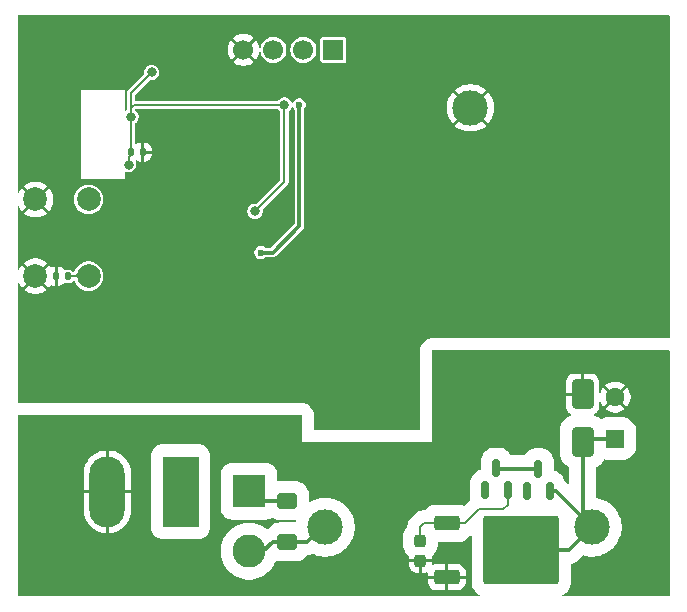
<source format=gbr>
%TF.GenerationSoftware,KiCad,Pcbnew,9.0.4*%
%TF.CreationDate,2025-10-16T14:37:17+03:00*%
%TF.ProjectId,ECAD_main,45434144-5f6d-4616-996e-2e6b69636164,rev?*%
%TF.SameCoordinates,Original*%
%TF.FileFunction,Copper,L4,Bot*%
%TF.FilePolarity,Positive*%
%FSLAX46Y46*%
G04 Gerber Fmt 4.6, Leading zero omitted, Abs format (unit mm)*
G04 Created by KiCad (PCBNEW 9.0.4) date 2025-10-16 14:37:17*
%MOMM*%
%LPD*%
G01*
G04 APERTURE LIST*
G04 Aperture macros list*
%AMRoundRect*
0 Rectangle with rounded corners*
0 $1 Rounding radius*
0 $2 $3 $4 $5 $6 $7 $8 $9 X,Y pos of 4 corners*
0 Add a 4 corners polygon primitive as box body*
4,1,4,$2,$3,$4,$5,$6,$7,$8,$9,$2,$3,0*
0 Add four circle primitives for the rounded corners*
1,1,$1+$1,$2,$3*
1,1,$1+$1,$4,$5*
1,1,$1+$1,$6,$7*
1,1,$1+$1,$8,$9*
0 Add four rect primitives between the rounded corners*
20,1,$1+$1,$2,$3,$4,$5,0*
20,1,$1+$1,$4,$5,$6,$7,0*
20,1,$1+$1,$6,$7,$8,$9,0*
20,1,$1+$1,$8,$9,$2,$3,0*%
G04 Aperture macros list end*
%TA.AperFunction,ComponentPad*%
%ADD10C,2.000000*%
%TD*%
%TA.AperFunction,ComponentPad*%
%ADD11RoundRect,0.250000X0.550000X-0.550000X0.550000X0.550000X-0.550000X0.550000X-0.550000X-0.550000X0*%
%TD*%
%TA.AperFunction,ComponentPad*%
%ADD12C,1.600000*%
%TD*%
%TA.AperFunction,ComponentPad*%
%ADD13C,3.000000*%
%TD*%
%TA.AperFunction,ComponentPad*%
%ADD14R,2.800000X2.800000*%
%TD*%
%TA.AperFunction,ComponentPad*%
%ADD15C,2.800000*%
%TD*%
%TA.AperFunction,ComponentPad*%
%ADD16R,3.020000X6.020000*%
%TD*%
%TA.AperFunction,ComponentPad*%
%ADD17O,3.020000X6.020000*%
%TD*%
%TA.AperFunction,ComponentPad*%
%ADD18R,1.700000X1.700000*%
%TD*%
%TA.AperFunction,ComponentPad*%
%ADD19C,1.700000*%
%TD*%
%TA.AperFunction,SMDPad,CuDef*%
%ADD20RoundRect,0.237500X-0.237500X0.300000X-0.237500X-0.300000X0.237500X-0.300000X0.237500X0.300000X0*%
%TD*%
%TA.AperFunction,SMDPad,CuDef*%
%ADD21RoundRect,0.140000X0.140000X0.170000X-0.140000X0.170000X-0.140000X-0.170000X0.140000X-0.170000X0*%
%TD*%
%TA.AperFunction,SMDPad,CuDef*%
%ADD22RoundRect,0.250000X-0.850000X-0.350000X0.850000X-0.350000X0.850000X0.350000X-0.850000X0.350000X0*%
%TD*%
%TA.AperFunction,SMDPad,CuDef*%
%ADD23RoundRect,0.249997X-2.950003X-2.650003X2.950003X-2.650003X2.950003X2.650003X-2.950003X2.650003X0*%
%TD*%
%TA.AperFunction,SMDPad,CuDef*%
%ADD24RoundRect,0.250000X-0.600000X0.400000X-0.600000X-0.400000X0.600000X-0.400000X0.600000X0.400000X0*%
%TD*%
%TA.AperFunction,SMDPad,CuDef*%
%ADD25RoundRect,0.250000X0.650000X-1.000000X0.650000X1.000000X-0.650000X1.000000X-0.650000X-1.000000X0*%
%TD*%
%TA.AperFunction,SMDPad,CuDef*%
%ADD26RoundRect,0.150000X0.150000X-0.587500X0.150000X0.587500X-0.150000X0.587500X-0.150000X-0.587500X0*%
%TD*%
%TA.AperFunction,SMDPad,CuDef*%
%ADD27RoundRect,0.140000X-0.140000X-0.170000X0.140000X-0.170000X0.140000X0.170000X-0.140000X0.170000X0*%
%TD*%
%TA.AperFunction,ViaPad*%
%ADD28C,0.800000*%
%TD*%
%TA.AperFunction,ViaPad*%
%ADD29C,0.600000*%
%TD*%
%TA.AperFunction,Conductor*%
%ADD30C,0.200000*%
%TD*%
%TA.AperFunction,Conductor*%
%ADD31C,0.300000*%
%TD*%
G04 APERTURE END LIST*
D10*
%TO.P,SW1,1,1*%
%TO.N,DGND*%
X14162500Y-45250000D03*
X14162500Y-38750000D03*
%TO.P,SW1,2,2*%
%TO.N,Net-(U1-NRST)*%
X18662500Y-45250000D03*
X18662500Y-38750000D03*
%TD*%
D11*
%TO.P,C10,1*%
%TO.N,/power/PWR_prot*%
X63250000Y-59000000D03*
D12*
%TO.P,C10,2*%
%TO.N,GNDPWR_IN*%
X63250000Y-55500000D03*
%TD*%
D13*
%TO.P,F1,1*%
%TO.N,/power/PWR_In*%
X38700000Y-66500000D03*
%TO.P,F1,2*%
%TO.N,/power/PWR_prot*%
X61300000Y-66500000D03*
%TD*%
%TO.P,TP3,1,1*%
%TO.N,DGND*%
X51000000Y-31000000D03*
%TD*%
D14*
%TO.P,J2,1,Pin_1*%
%TO.N,/power/PWR_BUT*%
X32250000Y-63455000D03*
D15*
%TO.P,J2,2,Pin_2*%
%TO.N,/power/PWR_In*%
X32250000Y-68535000D03*
%TD*%
D16*
%TO.P,J3,1*%
%TO.N,/power/PWR_BUT*%
X26450000Y-63500000D03*
D17*
%TO.P,J3,2*%
%TO.N,GNDPWR_IN*%
X20250000Y-63500000D03*
%TD*%
D18*
%TO.P,J1,1,Pin_1*%
%TO.N,Net-(D1-A)*%
X39397500Y-26087500D03*
D19*
%TO.P,J1,2,Pin_2*%
%TO.N,/SWDIO_SMALL*%
X36857500Y-26087500D03*
%TO.P,J1,3,Pin_3*%
%TO.N,/SWCLK_SMALL*%
X34317500Y-26087500D03*
%TO.P,J1,4,Pin_4*%
%TO.N,DGND*%
X31777500Y-26087500D03*
%TD*%
D20*
%TO.P,C11,1*%
%TO.N,Net-(D7-A)*%
X46750000Y-67637500D03*
%TO.P,C11,2*%
%TO.N,GNDPWR_IN*%
X46750000Y-69362500D03*
%TD*%
D21*
%TO.P,C2,1*%
%TO.N,DGND*%
X23230000Y-34750000D03*
%TO.P,C2,2*%
%TO.N,/MCU_SMALL_VDD*%
X22270000Y-34750000D03*
%TD*%
D22*
%TO.P,Q1,1,A1*%
%TO.N,GNDPWR_IN*%
X49000000Y-70750000D03*
D23*
%TO.P,Q1,2,A2*%
%TO.N,/power/PWR_prot*%
X55300000Y-68470000D03*
D22*
%TO.P,Q1,3,G*%
%TO.N,Net-(D7-A)*%
X49000000Y-66190000D03*
%TD*%
D24*
%TO.P,TH1,1,K*%
%TO.N,/power/PWR_BUT*%
X35500000Y-64250000D03*
%TO.P,TH1,2,A*%
%TO.N,/power/PWR_In*%
X35500000Y-67750000D03*
%TD*%
D25*
%TO.P,D6,1,A1*%
%TO.N,/power/PWR_prot*%
X60500000Y-59250000D03*
%TO.P,D6,2,A2*%
%TO.N,GNDPWR_IN*%
X60500000Y-55250000D03*
%TD*%
D26*
%TO.P,D5,1,A*%
%TO.N,/power/PWR_prot*%
X57700000Y-63437500D03*
%TO.P,D5,2,NC*%
%TO.N,unconnected-(D5-NC-Pad2)*%
X55800000Y-63437500D03*
%TO.P,D5,3,K*%
%TO.N,Net-(D5-K)*%
X56750000Y-61562500D03*
%TD*%
%TO.P,D7,1,A*%
%TO.N,Net-(D7-A)*%
X54150000Y-63375000D03*
%TO.P,D7,2,NC*%
%TO.N,unconnected-(D7-NC-Pad2)*%
X52250000Y-63375000D03*
%TO.P,D7,3,K*%
%TO.N,Net-(D5-K)*%
X53200000Y-61500000D03*
%TD*%
D27*
%TO.P,C7,1*%
%TO.N,DGND*%
X15932500Y-45270000D03*
%TO.P,C7,2*%
%TO.N,Net-(U1-NRST)*%
X16892500Y-45270000D03*
%TD*%
D28*
%TO.N,DGND*%
X26250000Y-24750000D03*
X26750000Y-52000000D03*
X26250000Y-26250000D03*
X27500000Y-41750000D03*
X29250000Y-39750000D03*
X37500000Y-31750000D03*
X22500000Y-51750000D03*
X24750000Y-53500000D03*
X29250000Y-25250000D03*
X21750000Y-28500000D03*
X33000000Y-45000000D03*
X27750000Y-23750000D03*
X23500000Y-29750000D03*
X16750000Y-30500000D03*
X17750000Y-28500000D03*
X16750000Y-36250000D03*
D29*
%TO.N,3V3*%
X33250000Y-43250000D03*
X36500000Y-30750000D03*
D28*
%TO.N,/MCU_SMALL_VDD*%
X22250000Y-31750000D03*
X24000000Y-28000000D03*
X32750000Y-39750000D03*
X35250000Y-30750000D03*
X22049265Y-35799265D03*
%TD*%
D30*
%TO.N,Net-(U1-NRST)*%
X17825000Y-45020000D02*
X17575000Y-45270000D01*
X18432500Y-45020000D02*
X17825000Y-45020000D01*
X17575000Y-45270000D02*
X16892500Y-45270000D01*
X18662500Y-45250000D02*
X18432500Y-45020000D01*
D31*
%TO.N,/power/PWR_prot*%
X61300000Y-66500000D02*
X58237500Y-63437500D01*
X59330000Y-68470000D02*
X61300000Y-66500000D01*
X55300000Y-68470000D02*
X59330000Y-68470000D01*
X58237500Y-63437500D02*
X57700000Y-63437500D01*
X63250000Y-59000000D02*
X60750000Y-59000000D01*
X60500000Y-59250000D02*
X60500000Y-65700000D01*
X60500000Y-65700000D02*
X61300000Y-66500000D01*
X60750000Y-59000000D02*
X60500000Y-59250000D01*
D30*
%TO.N,Net-(D7-A)*%
X54150000Y-64600000D02*
X53750000Y-65000000D01*
X46750000Y-67637500D02*
X46750000Y-66500000D01*
X51750000Y-65000000D02*
X50560000Y-66190000D01*
X46750000Y-66500000D02*
X47060000Y-66190000D01*
X54150000Y-63375000D02*
X54150000Y-64600000D01*
X47060000Y-66190000D02*
X49000000Y-66190000D01*
X50560000Y-66190000D02*
X49000000Y-66190000D01*
X53750000Y-65000000D02*
X51750000Y-65000000D01*
D31*
%TO.N,Net-(D5-K)*%
X56750000Y-61562500D02*
X53262500Y-61562500D01*
X53262500Y-61562500D02*
X53200000Y-61500000D01*
%TO.N,/power/PWR_In*%
X37150000Y-67750000D02*
X38400000Y-66500000D01*
X33465000Y-68535000D02*
X34250000Y-67750000D01*
X32200000Y-68535000D02*
X33465000Y-68535000D01*
X35200000Y-67750000D02*
X37150000Y-67750000D01*
X34250000Y-67750000D02*
X35200000Y-67750000D01*
%TO.N,/power/PWR_BUT*%
X35200000Y-64250000D02*
X32995000Y-64250000D01*
X32995000Y-64250000D02*
X32200000Y-63455000D01*
%TO.N,3V3*%
X36500000Y-41000000D02*
X36500000Y-30750000D01*
X34250000Y-43250000D02*
X36500000Y-41000000D01*
X33250000Y-43250000D02*
X34250000Y-43250000D01*
D30*
%TO.N,/MCU_SMALL_VDD*%
X32750000Y-39750000D02*
X35250000Y-37250000D01*
X35250000Y-37250000D02*
X35250000Y-30750000D01*
X22250000Y-29750000D02*
X22250000Y-30500000D01*
X35250000Y-30750000D02*
X22500000Y-30750000D01*
X24000000Y-28000000D02*
X22250000Y-29750000D01*
X22250000Y-31000000D02*
X22250000Y-31750000D01*
X22500000Y-30750000D02*
X22250000Y-31000000D01*
X22049265Y-35200735D02*
X22250000Y-35000000D01*
X22250000Y-30500000D02*
X22250000Y-31000000D01*
X22049265Y-35799265D02*
X22049265Y-35200735D01*
X22250000Y-35000000D02*
X22250000Y-31750000D01*
%TD*%
%TA.AperFunction,Conductor*%
%TO.N,DGND*%
G36*
X67831487Y-23168513D02*
G01*
X67849500Y-23212000D01*
X67849500Y-50433000D01*
X67831487Y-50476487D01*
X67788000Y-50494500D01*
X47811500Y-50494500D01*
X47684890Y-50506565D01*
X47621582Y-50512598D01*
X47426711Y-50571039D01*
X47383222Y-50589053D01*
X47225380Y-50671502D01*
X47225374Y-50671506D01*
X47066088Y-50798060D01*
X47066075Y-50798073D01*
X46935528Y-50954097D01*
X46935526Y-50954100D01*
X46839059Y-51133211D01*
X46839044Y-51133242D01*
X46821049Y-51176684D01*
X46821039Y-51176713D01*
X46765082Y-51359097D01*
X46765081Y-51359100D01*
X46744500Y-51561492D01*
X46744500Y-58183000D01*
X46726487Y-58226487D01*
X46683000Y-58244500D01*
X37817000Y-58244500D01*
X37773513Y-58226487D01*
X37755500Y-58183000D01*
X37755500Y-57061505D01*
X37755500Y-57061500D01*
X37737402Y-56871585D01*
X37678960Y-56676710D01*
X37660947Y-56633223D01*
X37578494Y-56475375D01*
X37451934Y-56316082D01*
X37430402Y-56298066D01*
X37295902Y-56185528D01*
X37295899Y-56185526D01*
X37116788Y-56089059D01*
X37116789Y-56089059D01*
X37116777Y-56089053D01*
X37116767Y-56089048D01*
X37116757Y-56089044D01*
X37073315Y-56071049D01*
X37073295Y-56071042D01*
X37073290Y-56071040D01*
X36890906Y-56015083D01*
X36890904Y-56015082D01*
X36890902Y-56015082D01*
X36890899Y-56015081D01*
X36688507Y-55994500D01*
X36688500Y-55994500D01*
X12712000Y-55994500D01*
X12668513Y-55976487D01*
X12650500Y-55933000D01*
X12650500Y-45838938D01*
X12668513Y-45795451D01*
X12712000Y-45777438D01*
X12755487Y-45795451D01*
X12770490Y-45819933D01*
X12772396Y-45825801D01*
X12879584Y-46036169D01*
X13014229Y-46221493D01*
X13695166Y-45540555D01*
X13722390Y-45587708D01*
X13824792Y-45690110D01*
X13871943Y-45717332D01*
X13191005Y-46398269D01*
X13376330Y-46532915D01*
X13586698Y-46640103D01*
X13811247Y-46713064D01*
X13811245Y-46713064D01*
X14044443Y-46749999D01*
X14044451Y-46750000D01*
X14280549Y-46750000D01*
X14280556Y-46749999D01*
X14513753Y-46713064D01*
X14738301Y-46640103D01*
X14948669Y-46532915D01*
X15133993Y-46398269D01*
X14453056Y-45717332D01*
X14500208Y-45690110D01*
X14602610Y-45587708D01*
X14629832Y-45540556D01*
X15310769Y-46221493D01*
X15441941Y-46040951D01*
X15482075Y-46016357D01*
X15523003Y-46024165D01*
X15536306Y-46032033D01*
X15691587Y-46077145D01*
X15727859Y-46079999D01*
X15807500Y-46079999D01*
X15807500Y-44460000D01*
X16057500Y-44460000D01*
X16057500Y-46079999D01*
X16137128Y-46079999D01*
X16173417Y-46077144D01*
X16328691Y-46032033D01*
X16467877Y-45949718D01*
X16467878Y-45949718D01*
X16583352Y-45834244D01*
X16626839Y-45816231D01*
X16636451Y-45816987D01*
X16721765Y-45830500D01*
X17063234Y-45830499D01*
X17154675Y-45816017D01*
X17264891Y-45759859D01*
X17352359Y-45672391D01*
X17361690Y-45654079D01*
X17369212Y-45647654D01*
X17372999Y-45638513D01*
X17386428Y-45632950D01*
X17397482Y-45623510D01*
X17416486Y-45620500D01*
X17423347Y-45620500D01*
X17466834Y-45638513D01*
X17481835Y-45662993D01*
X17484890Y-45672392D01*
X17503616Y-45730026D01*
X17592977Y-45905407D01*
X17708670Y-46064644D01*
X17847855Y-46203829D01*
X18007092Y-46319522D01*
X18007095Y-46319524D01*
X18182475Y-46408884D01*
X18369671Y-46469708D01*
X18369674Y-46469709D01*
X18564083Y-46500500D01*
X18564087Y-46500500D01*
X18760913Y-46500500D01*
X18760917Y-46500500D01*
X18955326Y-46469709D01*
X19142525Y-46408884D01*
X19317905Y-46319524D01*
X19477146Y-46203828D01*
X19616328Y-46064646D01*
X19732024Y-45905405D01*
X19821384Y-45730025D01*
X19882209Y-45542826D01*
X19913000Y-45348417D01*
X19913000Y-45151583D01*
X19882209Y-44957174D01*
X19821384Y-44769975D01*
X19732024Y-44594595D01*
X19669084Y-44507966D01*
X19616329Y-44435355D01*
X19477144Y-44296170D01*
X19317907Y-44180477D01*
X19142526Y-44091116D01*
X18955327Y-44030291D01*
X18955329Y-44030291D01*
X18760920Y-43999500D01*
X18760917Y-43999500D01*
X18564083Y-43999500D01*
X18564079Y-43999500D01*
X18369671Y-44030291D01*
X18182473Y-44091116D01*
X18007092Y-44180477D01*
X17847855Y-44296170D01*
X17847855Y-44296171D01*
X17847854Y-44296172D01*
X17708672Y-44435354D01*
X17708671Y-44435355D01*
X17708670Y-44435355D01*
X17592977Y-44594592D01*
X17503617Y-44769971D01*
X17471729Y-44868109D01*
X17456751Y-44892565D01*
X17455898Y-44893418D01*
X17412423Y-44911456D01*
X17368925Y-44893469D01*
X17357592Y-44877880D01*
X17352359Y-44867609D01*
X17352357Y-44867607D01*
X17352356Y-44867605D01*
X17264894Y-44780143D01*
X17264891Y-44780141D01*
X17154675Y-44723983D01*
X17154674Y-44723982D01*
X17154673Y-44723982D01*
X17079158Y-44712022D01*
X17063235Y-44709500D01*
X17063234Y-44709500D01*
X16721770Y-44709500D01*
X16721760Y-44709501D01*
X16636459Y-44723011D01*
X16590690Y-44712022D01*
X16583352Y-44705755D01*
X16467878Y-44590281D01*
X16328691Y-44507966D01*
X16328692Y-44507966D01*
X16173412Y-44462854D01*
X16137140Y-44460000D01*
X16057500Y-44460000D01*
X15807500Y-44460000D01*
X15727872Y-44460000D01*
X15691582Y-44462855D01*
X15536300Y-44507969D01*
X15533256Y-44509286D01*
X15486192Y-44510019D01*
X15454042Y-44480761D01*
X15445415Y-44463830D01*
X15310769Y-44278505D01*
X14629832Y-44959442D01*
X14602610Y-44912292D01*
X14500208Y-44809890D01*
X14453055Y-44782666D01*
X15133993Y-44101729D01*
X14948669Y-43967084D01*
X14738301Y-43859896D01*
X14513752Y-43786935D01*
X14513754Y-43786935D01*
X14280556Y-43750000D01*
X14044443Y-43750000D01*
X13811246Y-43786935D01*
X13586698Y-43859896D01*
X13376330Y-43967084D01*
X13191005Y-44101729D01*
X13871943Y-44782667D01*
X13824792Y-44809890D01*
X13722390Y-44912292D01*
X13695167Y-44959443D01*
X13014229Y-44278505D01*
X12879584Y-44463830D01*
X12772396Y-44674199D01*
X12772395Y-44674202D01*
X12770489Y-44680068D01*
X12739918Y-44715859D01*
X12692993Y-44719550D01*
X12657202Y-44688979D01*
X12650500Y-44661061D01*
X12650500Y-39338938D01*
X12668513Y-39295451D01*
X12712000Y-39277438D01*
X12755487Y-39295451D01*
X12770490Y-39319933D01*
X12772396Y-39325801D01*
X12879584Y-39536169D01*
X13014229Y-39721493D01*
X13695166Y-39040555D01*
X13722390Y-39087708D01*
X13824792Y-39190110D01*
X13871943Y-39217332D01*
X13191005Y-39898269D01*
X13376330Y-40032915D01*
X13586698Y-40140103D01*
X13811247Y-40213064D01*
X13811245Y-40213064D01*
X14044443Y-40249999D01*
X14044451Y-40250000D01*
X14280549Y-40250000D01*
X14280556Y-40249999D01*
X14513753Y-40213064D01*
X14738301Y-40140103D01*
X14948669Y-40032915D01*
X15133993Y-39898269D01*
X14453056Y-39217332D01*
X14500208Y-39190110D01*
X14602610Y-39087708D01*
X14629832Y-39040556D01*
X15310769Y-39721493D01*
X15445415Y-39536169D01*
X15552603Y-39325801D01*
X15625564Y-39101253D01*
X15662499Y-38868056D01*
X15662500Y-38868048D01*
X15662500Y-38651579D01*
X17412000Y-38651579D01*
X17412000Y-38848420D01*
X17442791Y-39042828D01*
X17503616Y-39230026D01*
X17592977Y-39405407D01*
X17708670Y-39564644D01*
X17847855Y-39703829D01*
X17999587Y-39814069D01*
X18007095Y-39819524D01*
X18182475Y-39908884D01*
X18369671Y-39969708D01*
X18369674Y-39969709D01*
X18564083Y-40000500D01*
X18564087Y-40000500D01*
X18760913Y-40000500D01*
X18760917Y-40000500D01*
X18955326Y-39969709D01*
X19142525Y-39908884D01*
X19317905Y-39819524D01*
X19477146Y-39703828D01*
X19616328Y-39564646D01*
X19732024Y-39405405D01*
X19821384Y-39230025D01*
X19882209Y-39042826D01*
X19913000Y-38848417D01*
X19913000Y-38651583D01*
X19882209Y-38457174D01*
X19821384Y-38269975D01*
X19732024Y-38094595D01*
X19616328Y-37935354D01*
X19477146Y-37796172D01*
X19477145Y-37796171D01*
X19477144Y-37796170D01*
X19317907Y-37680477D01*
X19142526Y-37591116D01*
X18955327Y-37530291D01*
X18955329Y-37530291D01*
X18760920Y-37499500D01*
X18760917Y-37499500D01*
X18564083Y-37499500D01*
X18564079Y-37499500D01*
X18369671Y-37530291D01*
X18182473Y-37591116D01*
X18007092Y-37680477D01*
X17847855Y-37796170D01*
X17847855Y-37796171D01*
X17847854Y-37796172D01*
X17708672Y-37935354D01*
X17708671Y-37935355D01*
X17708670Y-37935355D01*
X17592977Y-38094592D01*
X17503616Y-38269973D01*
X17442791Y-38457171D01*
X17412000Y-38651579D01*
X15662500Y-38651579D01*
X15662500Y-38631951D01*
X15662499Y-38631943D01*
X15625564Y-38398746D01*
X15552603Y-38174198D01*
X15445415Y-37963830D01*
X15310769Y-37778505D01*
X14629832Y-38459442D01*
X14602610Y-38412292D01*
X14500208Y-38309890D01*
X14453055Y-38282666D01*
X15133993Y-37601729D01*
X14948669Y-37467084D01*
X14738301Y-37359896D01*
X14513752Y-37286935D01*
X14513754Y-37286935D01*
X14280556Y-37250000D01*
X14044443Y-37250000D01*
X13811246Y-37286935D01*
X13586698Y-37359896D01*
X13376330Y-37467084D01*
X13191005Y-37601729D01*
X13871943Y-38282667D01*
X13824792Y-38309890D01*
X13722390Y-38412292D01*
X13695167Y-38459443D01*
X13014229Y-37778505D01*
X12879584Y-37963830D01*
X12772396Y-38174199D01*
X12772395Y-38174202D01*
X12770489Y-38180068D01*
X12739918Y-38215859D01*
X12692993Y-38219550D01*
X12657202Y-38188979D01*
X12650500Y-38161061D01*
X12650500Y-29500000D01*
X18000000Y-29500000D01*
X18000000Y-37000000D01*
X21750000Y-37000000D01*
X21750000Y-36471442D01*
X21768013Y-36427955D01*
X21811500Y-36409942D01*
X21835036Y-36414624D01*
X21859514Y-36424763D01*
X21859521Y-36424766D01*
X21985192Y-36449764D01*
X21985193Y-36449765D01*
X21985196Y-36449765D01*
X22113337Y-36449765D01*
X22113337Y-36449764D01*
X22239009Y-36424766D01*
X22239014Y-36424763D01*
X22239017Y-36424763D01*
X22274797Y-36409942D01*
X22357392Y-36375730D01*
X22463934Y-36304541D01*
X22554541Y-36213934D01*
X22625730Y-36107392D01*
X22674766Y-35989009D01*
X22699764Y-35863337D01*
X22699765Y-35863337D01*
X22699765Y-35735193D01*
X22699764Y-35735192D01*
X22674767Y-35609526D01*
X22674766Y-35609525D01*
X22674766Y-35609521D01*
X22640226Y-35526136D01*
X22640226Y-35479068D01*
X22673509Y-35445784D01*
X22720579Y-35445783D01*
X22728351Y-35449666D01*
X22833808Y-35512033D01*
X22989087Y-35557145D01*
X23025359Y-35559999D01*
X23105000Y-35559999D01*
X23355000Y-35559999D01*
X23434628Y-35559999D01*
X23470917Y-35557144D01*
X23626191Y-35512033D01*
X23765377Y-35429718D01*
X23765378Y-35429718D01*
X23879718Y-35315378D01*
X23879718Y-35315377D01*
X23962033Y-35176191D01*
X24007145Y-35020912D01*
X24010000Y-34984640D01*
X24010000Y-34875000D01*
X23355000Y-34875000D01*
X23355000Y-35559999D01*
X23105000Y-35559999D01*
X23105000Y-34625000D01*
X23355000Y-34625000D01*
X24009999Y-34625000D01*
X24009999Y-34515372D01*
X24007144Y-34479082D01*
X23962033Y-34323808D01*
X23879718Y-34184622D01*
X23879718Y-34184621D01*
X23765378Y-34070281D01*
X23626191Y-33987966D01*
X23626192Y-33987966D01*
X23470912Y-33942854D01*
X23434640Y-33940000D01*
X23355000Y-33940000D01*
X23355000Y-34625000D01*
X23105000Y-34625000D01*
X23105000Y-33940000D01*
X23025372Y-33940000D01*
X22989082Y-33942855D01*
X22833808Y-33987966D01*
X22693306Y-34071059D01*
X22646706Y-34077691D01*
X22609064Y-34049429D01*
X22600500Y-34018123D01*
X22600500Y-32331024D01*
X22618513Y-32287537D01*
X22627827Y-32279892D01*
X22664669Y-32255276D01*
X22755276Y-32164669D01*
X22826465Y-32058127D01*
X22875501Y-31939744D01*
X22900499Y-31814072D01*
X22900500Y-31814072D01*
X22900500Y-31685928D01*
X22900499Y-31685927D01*
X22875502Y-31560261D01*
X22875498Y-31560247D01*
X22826467Y-31441879D01*
X22826465Y-31441873D01*
X22755276Y-31335331D01*
X22664669Y-31244724D01*
X22664666Y-31244721D01*
X22628839Y-31220782D01*
X22625338Y-31215542D01*
X22619517Y-31213131D01*
X22612653Y-31196556D01*
X22602689Y-31181644D01*
X22603918Y-31175465D01*
X22601507Y-31169643D01*
X22608372Y-31153071D01*
X22611872Y-31135479D01*
X22619518Y-31126162D01*
X22627171Y-31118510D01*
X22628791Y-31117839D01*
X22670655Y-31100500D01*
X34668975Y-31100500D01*
X34712462Y-31118513D01*
X34720110Y-31127833D01*
X34744718Y-31164662D01*
X34744723Y-31164668D01*
X34744724Y-31164669D01*
X34835331Y-31255276D01*
X34872167Y-31279889D01*
X34898318Y-31319025D01*
X34899500Y-31331024D01*
X34899500Y-37079343D01*
X34881487Y-37122830D01*
X32913005Y-39091311D01*
X32869518Y-39109324D01*
X32857520Y-39108142D01*
X32814072Y-39099500D01*
X32814069Y-39099500D01*
X32685931Y-39099500D01*
X32685928Y-39099500D01*
X32560261Y-39124497D01*
X32560247Y-39124501D01*
X32441879Y-39173532D01*
X32441871Y-39173536D01*
X32335331Y-39244723D01*
X32244723Y-39335331D01*
X32173536Y-39441871D01*
X32173532Y-39441879D01*
X32124501Y-39560247D01*
X32124497Y-39560261D01*
X32099500Y-39685927D01*
X32099500Y-39814072D01*
X32124497Y-39939738D01*
X32124501Y-39939752D01*
X32173532Y-40058120D01*
X32173535Y-40058127D01*
X32173536Y-40058128D01*
X32244723Y-40164668D01*
X32335331Y-40255276D01*
X32335330Y-40255276D01*
X32388781Y-40290990D01*
X32441873Y-40326465D01*
X32489226Y-40346079D01*
X32560247Y-40375498D01*
X32560252Y-40375499D01*
X32560256Y-40375501D01*
X32685927Y-40400499D01*
X32685928Y-40400500D01*
X32685931Y-40400500D01*
X32814072Y-40400500D01*
X32814072Y-40400499D01*
X32939744Y-40375501D01*
X32939749Y-40375498D01*
X32939752Y-40375498D01*
X32970359Y-40362819D01*
X33058127Y-40326465D01*
X33164669Y-40255276D01*
X33255276Y-40164669D01*
X33326465Y-40058127D01*
X33375501Y-39939744D01*
X33400499Y-39814072D01*
X33400500Y-39814072D01*
X33400500Y-39685930D01*
X33398454Y-39675650D01*
X33391856Y-39642478D01*
X33401038Y-39596314D01*
X33408682Y-39586998D01*
X35530470Y-37465212D01*
X35576614Y-37385288D01*
X35585882Y-37350698D01*
X35600500Y-37296146D01*
X35600500Y-31331024D01*
X35618513Y-31287537D01*
X35627827Y-31279892D01*
X35664669Y-31255276D01*
X35755276Y-31164669D01*
X35826465Y-31058127D01*
X35870182Y-30952584D01*
X35903465Y-30919302D01*
X35950535Y-30919302D01*
X35983819Y-30952586D01*
X35986403Y-30960200D01*
X35987013Y-30962477D01*
X35987015Y-30962482D01*
X35987016Y-30962485D01*
X36059491Y-31088015D01*
X36059494Y-31088018D01*
X36081487Y-31110011D01*
X36099500Y-31153498D01*
X36099500Y-40808633D01*
X36081487Y-40852120D01*
X34102120Y-42831487D01*
X34058633Y-42849500D01*
X33653498Y-42849500D01*
X33610011Y-42831487D01*
X33588018Y-42809494D01*
X33588015Y-42809491D01*
X33462485Y-42737016D01*
X33462482Y-42737015D01*
X33462480Y-42737014D01*
X33322477Y-42699500D01*
X33322475Y-42699500D01*
X33177525Y-42699500D01*
X33177523Y-42699500D01*
X33037519Y-42737014D01*
X33037515Y-42737016D01*
X32911986Y-42809490D01*
X32911981Y-42809494D01*
X32809494Y-42911981D01*
X32809490Y-42911986D01*
X32737016Y-43037515D01*
X32737014Y-43037519D01*
X32699500Y-43177522D01*
X32699500Y-43322477D01*
X32737014Y-43462480D01*
X32737015Y-43462482D01*
X32737016Y-43462485D01*
X32809491Y-43588015D01*
X32911985Y-43690509D01*
X33037515Y-43762984D01*
X33037519Y-43762985D01*
X33177523Y-43800500D01*
X33177525Y-43800500D01*
X33322476Y-43800500D01*
X33384206Y-43783958D01*
X33462485Y-43762984D01*
X33588015Y-43690509D01*
X33610011Y-43668513D01*
X33653498Y-43650500D01*
X34302729Y-43650500D01*
X34302731Y-43650499D01*
X34404581Y-43623209D01*
X34404581Y-43623208D01*
X34404588Y-43623207D01*
X34495913Y-43570480D01*
X36740849Y-41325541D01*
X36740854Y-41325538D01*
X36745911Y-41320480D01*
X36745913Y-41320480D01*
X36820480Y-41245913D01*
X36873207Y-41154587D01*
X36883797Y-41115062D01*
X36900501Y-41052728D01*
X36900501Y-40943511D01*
X36900500Y-40943493D01*
X36900500Y-31153498D01*
X36918513Y-31110011D01*
X36928024Y-31100500D01*
X36940509Y-31088015D01*
X37012984Y-30962485D01*
X37024848Y-30918207D01*
X37038058Y-30868909D01*
X49000000Y-30868909D01*
X49000000Y-31131090D01*
X49034222Y-31391028D01*
X49102073Y-31644249D01*
X49102076Y-31644258D01*
X49202405Y-31886472D01*
X49333492Y-32113523D01*
X49493092Y-32321519D01*
X49497398Y-32325825D01*
X50352425Y-31470797D01*
X50378599Y-31509970D01*
X50490030Y-31621401D01*
X50529201Y-31647574D01*
X49674174Y-32502601D01*
X49678480Y-32506907D01*
X49886476Y-32666507D01*
X50113527Y-32797594D01*
X50355741Y-32897923D01*
X50355750Y-32897926D01*
X50608973Y-32965777D01*
X50608969Y-32965777D01*
X50868909Y-32999999D01*
X50868916Y-33000000D01*
X51131084Y-33000000D01*
X51131090Y-32999999D01*
X51391028Y-32965777D01*
X51644249Y-32897926D01*
X51644258Y-32897923D01*
X51886472Y-32797594D01*
X52113523Y-32666507D01*
X52321514Y-32506911D01*
X52325824Y-32502599D01*
X51470798Y-31647574D01*
X51509970Y-31621401D01*
X51621401Y-31509970D01*
X51647574Y-31470798D01*
X52502599Y-32325824D01*
X52506911Y-32321514D01*
X52666507Y-32113523D01*
X52797594Y-31886472D01*
X52897923Y-31644258D01*
X52897926Y-31644249D01*
X52965777Y-31391028D01*
X52999999Y-31131090D01*
X53000000Y-31131084D01*
X53000000Y-30868915D01*
X52999999Y-30868909D01*
X52965777Y-30608971D01*
X52897926Y-30355750D01*
X52897923Y-30355741D01*
X52797594Y-30113527D01*
X52666507Y-29886476D01*
X52506907Y-29678480D01*
X52502601Y-29674174D01*
X51647574Y-30529200D01*
X51621401Y-30490030D01*
X51509970Y-30378599D01*
X51470797Y-30352424D01*
X52325825Y-29497398D01*
X52321519Y-29493092D01*
X52113523Y-29333492D01*
X51886472Y-29202405D01*
X51644258Y-29102076D01*
X51644249Y-29102073D01*
X51391026Y-29034222D01*
X51391030Y-29034222D01*
X51131090Y-29000000D01*
X50868909Y-29000000D01*
X50608971Y-29034222D01*
X50355750Y-29102073D01*
X50355741Y-29102076D01*
X50113527Y-29202405D01*
X49886476Y-29333492D01*
X49678485Y-29493088D01*
X49678483Y-29493090D01*
X49674174Y-29497398D01*
X50529201Y-30352425D01*
X50490030Y-30378599D01*
X50378599Y-30490030D01*
X50352425Y-30529201D01*
X49497398Y-29674174D01*
X49493090Y-29678483D01*
X49493088Y-29678485D01*
X49333492Y-29886476D01*
X49202405Y-30113527D01*
X49102076Y-30355741D01*
X49102073Y-30355750D01*
X49034222Y-30608971D01*
X49000000Y-30868909D01*
X37038058Y-30868909D01*
X37042862Y-30850982D01*
X37050500Y-30822477D01*
X37050500Y-30677522D01*
X37013849Y-30540744D01*
X37012984Y-30537515D01*
X36940509Y-30411985D01*
X36838015Y-30309491D01*
X36712485Y-30237016D01*
X36712482Y-30237015D01*
X36712480Y-30237014D01*
X36572477Y-30199500D01*
X36572475Y-30199500D01*
X36427525Y-30199500D01*
X36427523Y-30199500D01*
X36287519Y-30237014D01*
X36287515Y-30237016D01*
X36161986Y-30309490D01*
X36161981Y-30309494D01*
X36059494Y-30411981D01*
X36059490Y-30411986D01*
X35987016Y-30537515D01*
X35987014Y-30537519D01*
X35986403Y-30539801D01*
X35985678Y-30540744D01*
X35985474Y-30541239D01*
X35985341Y-30541184D01*
X35957745Y-30577142D01*
X35911077Y-30583281D01*
X35873736Y-30554623D01*
X35870182Y-30547413D01*
X35843479Y-30482949D01*
X35826465Y-30441873D01*
X35755276Y-30335331D01*
X35664669Y-30244724D01*
X35664668Y-30244723D01*
X35664669Y-30244723D01*
X35558128Y-30173536D01*
X35558129Y-30173536D01*
X35558127Y-30173535D01*
X35558120Y-30173532D01*
X35439752Y-30124501D01*
X35439738Y-30124497D01*
X35314072Y-30099500D01*
X35314069Y-30099500D01*
X35185931Y-30099500D01*
X35185928Y-30099500D01*
X35060261Y-30124497D01*
X35060247Y-30124501D01*
X34941879Y-30173532D01*
X34941871Y-30173536D01*
X34835331Y-30244723D01*
X34744723Y-30335331D01*
X34744718Y-30335337D01*
X34720110Y-30372167D01*
X34680973Y-30398318D01*
X34668975Y-30399500D01*
X22662000Y-30399500D01*
X22618513Y-30381487D01*
X22600500Y-30338000D01*
X22600500Y-29920655D01*
X22618512Y-29877169D01*
X23836994Y-28658686D01*
X23880480Y-28640674D01*
X23892473Y-28641855D01*
X23925650Y-28648454D01*
X23935930Y-28650500D01*
X23935931Y-28650500D01*
X24064072Y-28650500D01*
X24064072Y-28650499D01*
X24189744Y-28625501D01*
X24189749Y-28625498D01*
X24189752Y-28625498D01*
X24220359Y-28612819D01*
X24308127Y-28576465D01*
X24414669Y-28505276D01*
X24505276Y-28414669D01*
X24576465Y-28308127D01*
X24625501Y-28189744D01*
X24650499Y-28064072D01*
X24650500Y-28064072D01*
X24650500Y-27935928D01*
X24650499Y-27935927D01*
X24625502Y-27810261D01*
X24625498Y-27810247D01*
X24576467Y-27691879D01*
X24576465Y-27691873D01*
X24505276Y-27585331D01*
X24414669Y-27494724D01*
X24414668Y-27494723D01*
X24414669Y-27494723D01*
X24308128Y-27423536D01*
X24308129Y-27423536D01*
X24308127Y-27423535D01*
X24308120Y-27423532D01*
X24189752Y-27374501D01*
X24189738Y-27374497D01*
X24064072Y-27349500D01*
X24064069Y-27349500D01*
X23935931Y-27349500D01*
X23935928Y-27349500D01*
X23810261Y-27374497D01*
X23810247Y-27374501D01*
X23691879Y-27423532D01*
X23691871Y-27423536D01*
X23585331Y-27494723D01*
X23494723Y-27585331D01*
X23423536Y-27691871D01*
X23423532Y-27691879D01*
X23374501Y-27810247D01*
X23374497Y-27810261D01*
X23349500Y-27935927D01*
X23349500Y-28064072D01*
X23358142Y-28107520D01*
X23348959Y-28153686D01*
X23341311Y-28163005D01*
X21969533Y-29534784D01*
X21969529Y-29534789D01*
X21923386Y-29614712D01*
X21923384Y-29614716D01*
X21899500Y-29703853D01*
X21899500Y-31168974D01*
X21897089Y-31174794D01*
X21898318Y-31180972D01*
X21888352Y-31195887D01*
X21881487Y-31212461D01*
X21872168Y-31220109D01*
X21845668Y-31237816D01*
X21799502Y-31246999D01*
X21760365Y-31220849D01*
X21750000Y-31186681D01*
X21750000Y-29500000D01*
X18000000Y-29500000D01*
X12650500Y-29500000D01*
X12650500Y-25981249D01*
X30427500Y-25981249D01*
X30427500Y-26193750D01*
X30460742Y-26403626D01*
X30526406Y-26605721D01*
X30526407Y-26605722D01*
X30622877Y-26795054D01*
X30736618Y-26951604D01*
X31346769Y-26341452D01*
X31377401Y-26394507D01*
X31470493Y-26487599D01*
X31523546Y-26518229D01*
X30913394Y-27128380D01*
X31069945Y-27242122D01*
X31259277Y-27338592D01*
X31259278Y-27338593D01*
X31461373Y-27404257D01*
X31671249Y-27437499D01*
X31671257Y-27437500D01*
X31883743Y-27437500D01*
X31883750Y-27437499D01*
X32093626Y-27404257D01*
X32295721Y-27338593D01*
X32295722Y-27338592D01*
X32485056Y-27242121D01*
X32641605Y-27128381D01*
X32031453Y-26518229D01*
X32084507Y-26487599D01*
X32177599Y-26394507D01*
X32208229Y-26341453D01*
X32818381Y-26951605D01*
X32932121Y-26795056D01*
X33028592Y-26605722D01*
X33028593Y-26605721D01*
X33094258Y-26403625D01*
X33113061Y-26284904D01*
X33137655Y-26244770D01*
X33183424Y-26233781D01*
X33223558Y-26258375D01*
X33234547Y-26284902D01*
X33244098Y-26345204D01*
X33297627Y-26509946D01*
X33376269Y-26664290D01*
X33478084Y-26804426D01*
X33600573Y-26926915D01*
X33634556Y-26951605D01*
X33740712Y-27028732D01*
X33895055Y-27107373D01*
X34059796Y-27160901D01*
X34059799Y-27160902D01*
X34230889Y-27188000D01*
X34230893Y-27188000D01*
X34404107Y-27188000D01*
X34404111Y-27188000D01*
X34575201Y-27160902D01*
X34739945Y-27107373D01*
X34894288Y-27028732D01*
X35034428Y-26926914D01*
X35156914Y-26804428D01*
X35258732Y-26664288D01*
X35337373Y-26509945D01*
X35390902Y-26345201D01*
X35418000Y-26174111D01*
X35418000Y-26000889D01*
X35417999Y-26000885D01*
X35757000Y-26000885D01*
X35757000Y-26174114D01*
X35784098Y-26345203D01*
X35837627Y-26509946D01*
X35916269Y-26664290D01*
X36018084Y-26804426D01*
X36140573Y-26926915D01*
X36174556Y-26951605D01*
X36280712Y-27028732D01*
X36435055Y-27107373D01*
X36599796Y-27160901D01*
X36599799Y-27160902D01*
X36770889Y-27188000D01*
X36770893Y-27188000D01*
X36944107Y-27188000D01*
X36944111Y-27188000D01*
X37115201Y-27160902D01*
X37279945Y-27107373D01*
X37434288Y-27028732D01*
X37574428Y-26926914D01*
X37696914Y-26804428D01*
X37798732Y-26664288D01*
X37877373Y-26509945D01*
X37930902Y-26345201D01*
X37958000Y-26174111D01*
X37958000Y-26000889D01*
X37930902Y-25829799D01*
X37877373Y-25665055D01*
X37798732Y-25510712D01*
X37696914Y-25370572D01*
X37574428Y-25248086D01*
X37574427Y-25248085D01*
X37574426Y-25248084D01*
X37525892Y-25212822D01*
X38297000Y-25212822D01*
X38297000Y-26962177D01*
X38311532Y-27035238D01*
X38339121Y-27076528D01*
X38366899Y-27118101D01*
X38429115Y-27159672D01*
X38449761Y-27173467D01*
X38507973Y-27185045D01*
X38522822Y-27187999D01*
X38522823Y-27188000D01*
X38522826Y-27188000D01*
X40272177Y-27188000D01*
X40272177Y-27187999D01*
X40301480Y-27182170D01*
X40345238Y-27173467D01*
X40345239Y-27173466D01*
X40345240Y-27173466D01*
X40428101Y-27118101D01*
X40483466Y-27035240D01*
X40483466Y-27035239D01*
X40483467Y-27035238D01*
X40497999Y-26962177D01*
X40498000Y-26962177D01*
X40498000Y-25212823D01*
X40497999Y-25212822D01*
X40483467Y-25139761D01*
X40469672Y-25119115D01*
X40428101Y-25056899D01*
X40364044Y-25014098D01*
X40345238Y-25001532D01*
X40272177Y-24987000D01*
X40272174Y-24987000D01*
X38522826Y-24987000D01*
X38522823Y-24987000D01*
X38449761Y-25001532D01*
X38366899Y-25056899D01*
X38311532Y-25139761D01*
X38297000Y-25212822D01*
X37525892Y-25212822D01*
X37434290Y-25146269D01*
X37279946Y-25067627D01*
X37115202Y-25014098D01*
X37115204Y-25014098D01*
X36944114Y-24987000D01*
X36944111Y-24987000D01*
X36770889Y-24987000D01*
X36770885Y-24987000D01*
X36599796Y-25014098D01*
X36435053Y-25067627D01*
X36280709Y-25146269D01*
X36140573Y-25248084D01*
X36140573Y-25248085D01*
X36140572Y-25248086D01*
X36018086Y-25370572D01*
X36018085Y-25370573D01*
X36018084Y-25370573D01*
X35916269Y-25510709D01*
X35837627Y-25665053D01*
X35784098Y-25829796D01*
X35757000Y-26000885D01*
X35417999Y-26000885D01*
X35390902Y-25829799D01*
X35337373Y-25665055D01*
X35258732Y-25510712D01*
X35156914Y-25370572D01*
X35034428Y-25248086D01*
X35034427Y-25248085D01*
X35034426Y-25248084D01*
X34894290Y-25146269D01*
X34739946Y-25067627D01*
X34575202Y-25014098D01*
X34575204Y-25014098D01*
X34404114Y-24987000D01*
X34404111Y-24987000D01*
X34230889Y-24987000D01*
X34230885Y-24987000D01*
X34059796Y-25014098D01*
X33895053Y-25067627D01*
X33740709Y-25146269D01*
X33600573Y-25248084D01*
X33600573Y-25248085D01*
X33600572Y-25248086D01*
X33478086Y-25370572D01*
X33478085Y-25370573D01*
X33478084Y-25370573D01*
X33376269Y-25510709D01*
X33297627Y-25665053D01*
X33244098Y-25829795D01*
X33234547Y-25890097D01*
X33209952Y-25930230D01*
X33164182Y-25941218D01*
X33124049Y-25916623D01*
X33113061Y-25890095D01*
X33094258Y-25771374D01*
X33028593Y-25569278D01*
X33028592Y-25569277D01*
X32932122Y-25379945D01*
X32818380Y-25223394D01*
X32208228Y-25833545D01*
X32177599Y-25780493D01*
X32084507Y-25687401D01*
X32031452Y-25656769D01*
X32641604Y-25046618D01*
X32485054Y-24932877D01*
X32295722Y-24836407D01*
X32295721Y-24836406D01*
X32093626Y-24770742D01*
X31883750Y-24737500D01*
X31671249Y-24737500D01*
X31461373Y-24770742D01*
X31259278Y-24836406D01*
X31259277Y-24836407D01*
X31069945Y-24932877D01*
X30913394Y-25046618D01*
X31523546Y-25656770D01*
X31470493Y-25687401D01*
X31377401Y-25780493D01*
X31346770Y-25833546D01*
X30736618Y-25223394D01*
X30622877Y-25379945D01*
X30526407Y-25569277D01*
X30526406Y-25569278D01*
X30460742Y-25771373D01*
X30427500Y-25981249D01*
X12650500Y-25981249D01*
X12650500Y-23212000D01*
X12668513Y-23168513D01*
X12712000Y-23150500D01*
X67788000Y-23150500D01*
X67831487Y-23168513D01*
G37*
%TD.AperFunction*%
%TD*%
%TA.AperFunction,Conductor*%
%TO.N,GNDPWR_IN*%
G36*
X67831487Y-51518013D02*
G01*
X67849500Y-51561500D01*
X67849500Y-72288000D01*
X67831487Y-72331487D01*
X67788000Y-72349500D01*
X58851034Y-72349500D01*
X58807547Y-72331487D01*
X58789534Y-72288000D01*
X58807547Y-72244513D01*
X58825600Y-72232006D01*
X58869619Y-72212011D01*
X58869618Y-72212011D01*
X58869628Y-72212007D01*
X59054655Y-72083820D01*
X59213820Y-71924655D01*
X59342007Y-71739628D01*
X59435097Y-71534685D01*
X59490096Y-71316414D01*
X59500500Y-71184220D01*
X59500500Y-69660362D01*
X59518513Y-69616875D01*
X59552377Y-69599620D01*
X59599409Y-69592171D01*
X59771639Y-69536211D01*
X59932994Y-69453996D01*
X60079501Y-69347553D01*
X60207553Y-69219501D01*
X60207553Y-69219500D01*
X60211049Y-69216005D01*
X60211060Y-69215991D01*
X60515509Y-68911542D01*
X60558995Y-68893530D01*
X60579307Y-68896980D01*
X60606682Y-68906560D01*
X60880491Y-68969055D01*
X60880500Y-68969056D01*
X61159561Y-69000499D01*
X61159575Y-69000500D01*
X61440425Y-69000500D01*
X61440438Y-69000499D01*
X61659709Y-68975792D01*
X61719509Y-68969055D01*
X61993318Y-68906560D01*
X62258408Y-68813801D01*
X62511445Y-68691945D01*
X62511449Y-68691941D01*
X62511456Y-68691939D01*
X62735852Y-68550940D01*
X62749248Y-68542523D01*
X62968825Y-68367416D01*
X63167416Y-68168825D01*
X63342523Y-67949248D01*
X63362625Y-67917255D01*
X63491939Y-67711456D01*
X63491941Y-67711449D01*
X63491945Y-67711445D01*
X63613801Y-67458408D01*
X63706560Y-67193318D01*
X63769055Y-66919509D01*
X63789025Y-66742267D01*
X63800499Y-66640438D01*
X63800500Y-66640424D01*
X63800500Y-66359575D01*
X63800499Y-66359561D01*
X63769056Y-66080500D01*
X63769055Y-66080491D01*
X63706560Y-65806682D01*
X63613801Y-65541592D01*
X63491945Y-65288555D01*
X63491944Y-65288553D01*
X63491939Y-65288543D01*
X63342526Y-65050756D01*
X63203306Y-64876180D01*
X63167416Y-64831175D01*
X62968825Y-64632584D01*
X62749248Y-64457477D01*
X62749243Y-64457473D01*
X62511456Y-64308060D01*
X62398882Y-64253847D01*
X62258408Y-64186199D01*
X62258405Y-64186198D01*
X62258401Y-64186196D01*
X61993318Y-64093440D01*
X61719509Y-64030945D01*
X61705111Y-64029322D01*
X61663915Y-64006551D01*
X61650500Y-63968209D01*
X61650500Y-61435728D01*
X61668513Y-61392241D01*
X61686560Y-61379736D01*
X61769626Y-61342007D01*
X61954654Y-61213819D01*
X62113819Y-61054654D01*
X62242007Y-60869626D01*
X62280052Y-60785864D01*
X62314435Y-60753722D01*
X62351070Y-60751664D01*
X62503588Y-60790096D01*
X62635783Y-60800500D01*
X63864216Y-60800499D01*
X63864219Y-60800499D01*
X63996412Y-60790096D01*
X64013195Y-60785867D01*
X64214683Y-60735096D01*
X64419626Y-60642007D01*
X64604654Y-60513819D01*
X64763819Y-60354654D01*
X64892007Y-60169626D01*
X64985096Y-59964683D01*
X65040096Y-59746412D01*
X65050500Y-59614217D01*
X65050499Y-58385784D01*
X65040096Y-58253588D01*
X64985096Y-58035317D01*
X64892007Y-57830374D01*
X64763819Y-57645346D01*
X64604654Y-57486181D01*
X64604652Y-57486179D01*
X64419628Y-57357994D01*
X64419626Y-57357993D01*
X64214687Y-57264905D01*
X63996412Y-57209903D01*
X63864220Y-57199500D01*
X62635780Y-57199500D01*
X62503587Y-57209903D01*
X62285312Y-57264905D01*
X62082097Y-57357210D01*
X62035053Y-57358794D01*
X62013176Y-57344703D01*
X61954652Y-57286179D01*
X61769628Y-57157994D01*
X61769626Y-57157993D01*
X61564687Y-57064905D01*
X61551174Y-57061500D01*
X61487719Y-57045510D01*
X61449952Y-57017418D01*
X61443111Y-56970848D01*
X61470461Y-56933531D01*
X61618344Y-56842316D01*
X61742316Y-56718344D01*
X61834358Y-56569119D01*
X61834361Y-56569114D01*
X61869755Y-56462302D01*
X61889503Y-56402704D01*
X61889504Y-56402698D01*
X61899999Y-56299978D01*
X61899999Y-55940310D01*
X61918012Y-55896823D01*
X61961499Y-55878810D01*
X62004986Y-55896823D01*
X62019989Y-55921305D01*
X62045243Y-55999028D01*
X62138139Y-56181347D01*
X62244913Y-56328308D01*
X62892473Y-55680747D01*
X62929920Y-55745606D01*
X63004394Y-55820080D01*
X63069250Y-55857524D01*
X62421689Y-56505086D01*
X62568648Y-56611858D01*
X62750971Y-56704756D01*
X62945581Y-56767989D01*
X62945579Y-56767989D01*
X63147684Y-56799999D01*
X63147692Y-56800000D01*
X63352308Y-56800000D01*
X63352315Y-56799999D01*
X63554419Y-56767989D01*
X63749028Y-56704756D01*
X63931351Y-56611858D01*
X64078309Y-56505085D01*
X63430749Y-55857525D01*
X63495606Y-55820080D01*
X63570080Y-55745606D01*
X63607525Y-55680748D01*
X64255085Y-56328308D01*
X64361858Y-56181351D01*
X64454756Y-55999028D01*
X64517989Y-55804419D01*
X64549999Y-55602315D01*
X64550000Y-55602307D01*
X64550000Y-55397692D01*
X64549999Y-55397684D01*
X64517989Y-55195580D01*
X64454756Y-55000971D01*
X64361858Y-54818648D01*
X64255086Y-54671689D01*
X63607524Y-55319250D01*
X63570080Y-55254394D01*
X63495606Y-55179920D01*
X63430747Y-55142473D01*
X64078308Y-54494913D01*
X63931347Y-54388139D01*
X63749028Y-54295243D01*
X63554418Y-54232010D01*
X63554420Y-54232010D01*
X63352315Y-54200000D01*
X63147684Y-54200000D01*
X62945580Y-54232010D01*
X62750971Y-54295243D01*
X62568652Y-54388139D01*
X62421690Y-54494913D01*
X63069251Y-55142474D01*
X63004394Y-55179920D01*
X62929920Y-55254394D01*
X62892474Y-55319251D01*
X62244913Y-54671690D01*
X62138139Y-54818652D01*
X62045243Y-55000971D01*
X62019989Y-55078695D01*
X61989419Y-55114487D01*
X61942494Y-55118180D01*
X61906702Y-55087610D01*
X61899999Y-55059690D01*
X61899999Y-54200025D01*
X61899998Y-54200019D01*
X61889504Y-54097297D01*
X61834361Y-53930885D01*
X61834358Y-53930880D01*
X61742316Y-53781655D01*
X61618344Y-53657683D01*
X61469119Y-53565641D01*
X61469114Y-53565638D01*
X61302704Y-53510496D01*
X61302698Y-53510495D01*
X61199978Y-53500000D01*
X60625000Y-53500000D01*
X60625000Y-55188500D01*
X60606987Y-55231987D01*
X60563500Y-55250000D01*
X60500000Y-55250000D01*
X60500000Y-55313500D01*
X60481987Y-55356987D01*
X60438500Y-55375000D01*
X59100001Y-55375000D01*
X59100001Y-56299979D01*
X59110495Y-56402702D01*
X59165638Y-56569114D01*
X59165641Y-56569119D01*
X59257683Y-56718344D01*
X59381655Y-56842316D01*
X59529538Y-56933531D01*
X59557094Y-56971692D01*
X59549596Y-57018161D01*
X59512279Y-57045511D01*
X59435312Y-57064905D01*
X59230373Y-57157993D01*
X59230371Y-57157994D01*
X59045347Y-57286179D01*
X59045347Y-57286180D01*
X59045346Y-57286181D01*
X58886181Y-57445346D01*
X58886180Y-57445347D01*
X58886179Y-57445347D01*
X58757994Y-57630371D01*
X58757993Y-57630373D01*
X58664905Y-57835312D01*
X58609903Y-58053587D01*
X58599500Y-58185779D01*
X58599500Y-60314219D01*
X58609903Y-60446412D01*
X58664905Y-60664687D01*
X58757993Y-60869626D01*
X58757994Y-60869628D01*
X58886179Y-61054652D01*
X59045347Y-61213820D01*
X59230367Y-61342003D01*
X59230370Y-61342004D01*
X59230374Y-61342007D01*
X59313435Y-61379735D01*
X59345578Y-61414118D01*
X59349500Y-61435728D01*
X59349500Y-62773973D01*
X59331487Y-62817460D01*
X59288000Y-62835473D01*
X59244513Y-62817460D01*
X59117205Y-62690152D01*
X59117201Y-62690147D01*
X58987001Y-62559947D01*
X58977350Y-62552935D01*
X58953633Y-62517260D01*
X58945532Y-62482815D01*
X58859409Y-62287763D01*
X58738911Y-62111858D01*
X58738909Y-62111855D01*
X58588144Y-61961090D01*
X58412243Y-61840595D01*
X58412242Y-61840594D01*
X58412237Y-61840591D01*
X58217185Y-61754468D01*
X58217180Y-61754466D01*
X58217178Y-61754466D01*
X58097919Y-61726416D01*
X58059711Y-61698925D01*
X58050500Y-61666550D01*
X58050500Y-60903993D01*
X58050499Y-60903976D01*
X58044349Y-60815369D01*
X58003574Y-60642007D01*
X57995532Y-60607815D01*
X57909409Y-60412763D01*
X57788911Y-60236858D01*
X57788909Y-60236855D01*
X57638144Y-60086090D01*
X57462243Y-59965595D01*
X57462242Y-59965594D01*
X57462237Y-59965591D01*
X57267185Y-59879468D01*
X57267180Y-59879466D01*
X57267178Y-59879466D01*
X57059629Y-59830650D01*
X57059631Y-59830650D01*
X56971023Y-59824500D01*
X56971012Y-59824500D01*
X56528988Y-59824500D01*
X56528976Y-59824500D01*
X56440369Y-59830650D01*
X56232821Y-59879466D01*
X56232817Y-59879467D01*
X56232815Y-59879468D01*
X56037763Y-59965591D01*
X56037760Y-59965592D01*
X56037756Y-59965595D01*
X55861855Y-60086090D01*
X55711090Y-60236855D01*
X55609434Y-60385256D01*
X55569998Y-60410953D01*
X55558697Y-60412000D01*
X54426741Y-60412000D01*
X54383254Y-60393987D01*
X54370481Y-60375340D01*
X54359409Y-60350263D01*
X54238911Y-60174358D01*
X54238909Y-60174355D01*
X54088144Y-60023590D01*
X53912243Y-59903095D01*
X53912242Y-59903094D01*
X53912237Y-59903091D01*
X53717185Y-59816968D01*
X53717180Y-59816966D01*
X53717178Y-59816966D01*
X53509629Y-59768150D01*
X53509631Y-59768150D01*
X53421023Y-59762000D01*
X53421012Y-59762000D01*
X52978988Y-59762000D01*
X52978976Y-59762000D01*
X52890369Y-59768150D01*
X52682821Y-59816966D01*
X52682817Y-59816967D01*
X52682815Y-59816968D01*
X52487763Y-59903091D01*
X52487760Y-59903092D01*
X52487756Y-59903095D01*
X52311855Y-60023590D01*
X52161090Y-60174355D01*
X52040595Y-60350256D01*
X52040592Y-60350260D01*
X52040591Y-60350263D01*
X51954470Y-60545311D01*
X51954466Y-60545321D01*
X51905650Y-60752869D01*
X51899500Y-60841476D01*
X51899500Y-61604050D01*
X51881487Y-61647537D01*
X51852081Y-61663916D01*
X51732821Y-61691966D01*
X51732817Y-61691967D01*
X51732815Y-61691968D01*
X51537763Y-61778091D01*
X51537760Y-61778092D01*
X51537756Y-61778095D01*
X51361855Y-61898590D01*
X51211090Y-62049355D01*
X51090595Y-62225256D01*
X51090592Y-62225260D01*
X51090591Y-62225263D01*
X51090590Y-62225266D01*
X51004470Y-62420311D01*
X51004466Y-62420321D01*
X50955650Y-62627869D01*
X50949500Y-62716476D01*
X50949500Y-64033523D01*
X50955650Y-64122130D01*
X50969872Y-64182595D01*
X50962294Y-64229051D01*
X50953493Y-64240163D01*
X50483277Y-64710379D01*
X50439790Y-64728392D01*
X50414357Y-64722887D01*
X50264684Y-64654904D01*
X50046412Y-64599903D01*
X49914220Y-64589500D01*
X48085780Y-64589500D01*
X47953587Y-64599903D01*
X47735312Y-64654905D01*
X47530373Y-64747993D01*
X47530371Y-64747994D01*
X47345347Y-64876179D01*
X47345347Y-64876180D01*
X47345346Y-64876181D01*
X47186181Y-65035346D01*
X47186180Y-65035347D01*
X47186179Y-65035347D01*
X47167006Y-65063023D01*
X47127434Y-65088512D01*
X47116453Y-65089500D01*
X46973385Y-65089500D01*
X46802298Y-65116598D01*
X46637552Y-65170127D01*
X46483209Y-65248769D01*
X46343073Y-65350584D01*
X46343073Y-65350585D01*
X46343072Y-65350586D01*
X46033072Y-65660586D01*
X45910586Y-65783072D01*
X45910585Y-65783073D01*
X45910584Y-65783073D01*
X45808769Y-65923209D01*
X45730127Y-66077553D01*
X45676598Y-66242296D01*
X45649500Y-66413385D01*
X45649500Y-66424230D01*
X45631487Y-66467717D01*
X45558315Y-66540889D01*
X45558314Y-66540890D01*
X45558313Y-66540890D01*
X45431412Y-66724059D01*
X45431403Y-66724075D01*
X45339250Y-66926957D01*
X45284798Y-67143050D01*
X45274500Y-67273912D01*
X45274500Y-68001087D01*
X45284798Y-68131949D01*
X45339250Y-68348042D01*
X45431403Y-68550924D01*
X45431412Y-68550940D01*
X45558313Y-68734109D01*
X45558314Y-68734110D01*
X45558315Y-68734111D01*
X45715889Y-68891685D01*
X45752851Y-68917292D01*
X45778340Y-68956864D01*
X45779010Y-68974094D01*
X45775000Y-69013348D01*
X45775000Y-69237500D01*
X47724999Y-69237500D01*
X47724999Y-69013357D01*
X47724998Y-69013354D01*
X47720988Y-68974097D01*
X47734488Y-68929004D01*
X47747142Y-68917296D01*
X47784111Y-68891685D01*
X47941685Y-68734111D01*
X48068592Y-68550933D01*
X48160751Y-68348038D01*
X48215201Y-68131949D01*
X48225500Y-68001084D01*
X48225500Y-67851999D01*
X48243513Y-67808512D01*
X48287000Y-67790499D01*
X49914219Y-67790499D01*
X50046412Y-67780096D01*
X50264683Y-67725096D01*
X50469626Y-67632007D01*
X50654654Y-67503819D01*
X50813819Y-67344654D01*
X50873520Y-67258479D01*
X50902393Y-67235951D01*
X50903712Y-67235453D01*
X50982445Y-67209873D01*
X51013125Y-67194240D01*
X51016321Y-67193037D01*
X51036686Y-67193698D01*
X51057004Y-67192099D01*
X51059752Y-67194446D01*
X51063367Y-67194564D01*
X51077301Y-67209433D01*
X51092797Y-67222668D01*
X51093862Y-67227107D01*
X51095552Y-67228910D01*
X51095402Y-67233520D01*
X51099500Y-67250589D01*
X51099500Y-71184223D01*
X51109903Y-71316414D01*
X51164904Y-71534689D01*
X51257988Y-71739619D01*
X51257997Y-71739635D01*
X51386178Y-71924653D01*
X51545346Y-72083821D01*
X51730364Y-72212002D01*
X51730368Y-72212004D01*
X51730372Y-72212007D01*
X51730376Y-72212009D01*
X51730380Y-72212011D01*
X51774400Y-72232006D01*
X51806545Y-72266391D01*
X51804960Y-72313434D01*
X51770575Y-72345579D01*
X51748966Y-72349500D01*
X12712000Y-72349500D01*
X12668513Y-72331487D01*
X12650500Y-72288000D01*
X12650500Y-71149979D01*
X47400001Y-71149979D01*
X47410495Y-71252702D01*
X47465638Y-71419114D01*
X47465641Y-71419119D01*
X47557683Y-71568344D01*
X47681655Y-71692316D01*
X47830880Y-71784358D01*
X47830885Y-71784361D01*
X47997295Y-71839503D01*
X47997301Y-71839504D01*
X48100022Y-71849999D01*
X48875000Y-71849999D01*
X49125000Y-71849999D01*
X49899973Y-71849999D01*
X49899979Y-71849998D01*
X50002702Y-71839504D01*
X50169114Y-71784361D01*
X50169119Y-71784358D01*
X50318344Y-71692316D01*
X50442316Y-71568344D01*
X50534358Y-71419119D01*
X50534361Y-71419114D01*
X50589503Y-71252704D01*
X50589504Y-71252698D01*
X50599999Y-71149978D01*
X50600000Y-71149975D01*
X50600000Y-70875000D01*
X49125000Y-70875000D01*
X49125000Y-71849999D01*
X48875000Y-71849999D01*
X48875000Y-70875000D01*
X47400001Y-70875000D01*
X47400001Y-71149979D01*
X12650500Y-71149979D01*
X12650500Y-61868252D01*
X18240000Y-61868252D01*
X18240000Y-63375000D01*
X19500000Y-63375000D01*
X19500000Y-63625000D01*
X18240000Y-63625000D01*
X18240000Y-65131747D01*
X18274392Y-65392980D01*
X18342584Y-65647474D01*
X18342586Y-65647480D01*
X18443417Y-65890905D01*
X18575159Y-66119091D01*
X18735557Y-66328127D01*
X18921872Y-66514442D01*
X19130908Y-66674840D01*
X19359094Y-66806582D01*
X19602519Y-66907413D01*
X19602525Y-66907415D01*
X19857019Y-66975607D01*
X20118252Y-67009999D01*
X20118261Y-67010000D01*
X20125000Y-67010000D01*
X20125000Y-65499829D01*
X20176131Y-65510000D01*
X20323869Y-65510000D01*
X20375000Y-65499829D01*
X20375000Y-67010000D01*
X20381739Y-67010000D01*
X20381747Y-67009999D01*
X20642980Y-66975607D01*
X20897474Y-66907415D01*
X20897480Y-66907413D01*
X21140905Y-66806582D01*
X21369091Y-66674840D01*
X21578127Y-66514442D01*
X21764442Y-66328127D01*
X21924840Y-66119091D01*
X22056582Y-65890905D01*
X22157413Y-65647480D01*
X22157415Y-65647474D01*
X22225607Y-65392980D01*
X22259999Y-65131747D01*
X22260000Y-65131739D01*
X22260000Y-63625000D01*
X21000000Y-63625000D01*
X21000000Y-63375000D01*
X22260000Y-63375000D01*
X22260000Y-61868260D01*
X22259999Y-61868252D01*
X22225607Y-61607019D01*
X22157415Y-61352525D01*
X22157413Y-61352519D01*
X22056582Y-61109094D01*
X21924840Y-60880908D01*
X21764442Y-60671872D01*
X21578127Y-60485557D01*
X21570090Y-60479390D01*
X21508279Y-60431961D01*
X23939500Y-60431961D01*
X23939500Y-66568039D01*
X23950111Y-66687404D01*
X23950114Y-66687419D01*
X24006091Y-66883049D01*
X24006090Y-66883049D01*
X24100299Y-67063403D01*
X24100301Y-67063406D01*
X24100302Y-67063407D01*
X24228891Y-67221109D01*
X24386593Y-67349698D01*
X24386597Y-67349700D01*
X24386596Y-67349700D01*
X24566950Y-67443909D01*
X24617598Y-67458401D01*
X24762582Y-67499886D01*
X24881963Y-67510500D01*
X28018036Y-67510499D01*
X28018039Y-67510499D01*
X28137404Y-67499888D01*
X28137410Y-67499886D01*
X28137418Y-67499886D01*
X28333049Y-67443909D01*
X28513407Y-67349698D01*
X28671109Y-67221109D01*
X28799698Y-67063407D01*
X28893909Y-66883049D01*
X28949886Y-66687418D01*
X28960500Y-66568037D01*
X28960499Y-61996961D01*
X29849500Y-61996961D01*
X29849500Y-64913039D01*
X29860111Y-65032404D01*
X29860114Y-65032419D01*
X29916091Y-65228049D01*
X29916090Y-65228049D01*
X30010299Y-65408403D01*
X30010301Y-65408406D01*
X30010302Y-65408407D01*
X30138891Y-65566109D01*
X30296593Y-65694698D01*
X30296597Y-65694700D01*
X30296596Y-65694700D01*
X30476950Y-65788909D01*
X30532927Y-65804925D01*
X30672582Y-65844886D01*
X30791963Y-65855500D01*
X33708036Y-65855499D01*
X33708039Y-65855499D01*
X33827404Y-65844888D01*
X33827410Y-65844886D01*
X33827418Y-65844886D01*
X34023049Y-65788909D01*
X34175413Y-65709320D01*
X34222296Y-65705152D01*
X34238905Y-65713277D01*
X34280374Y-65742007D01*
X34280379Y-65742009D01*
X34280382Y-65742011D01*
X34485312Y-65835094D01*
X34485313Y-65835094D01*
X34485317Y-65835096D01*
X34648146Y-65876125D01*
X34703587Y-65890096D01*
X34713867Y-65890905D01*
X34835783Y-65900500D01*
X36164216Y-65900499D01*
X36190599Y-65898422D01*
X36199687Y-65901374D01*
X36209110Y-65899774D01*
X36221230Y-65908374D01*
X36235365Y-65912966D01*
X36239703Y-65921481D01*
X36247499Y-65927012D01*
X36249988Y-65941664D01*
X36256735Y-65954905D01*
X36255383Y-65973417D01*
X36237326Y-66052530D01*
X36210088Y-66090919D01*
X36172543Y-66100155D01*
X36164220Y-66099500D01*
X34835780Y-66099500D01*
X34703587Y-66109903D01*
X34485312Y-66164905D01*
X34280373Y-66257993D01*
X34280371Y-66257994D01*
X34095347Y-66386179D01*
X34095347Y-66386180D01*
X33936181Y-66545345D01*
X33861350Y-66653355D01*
X33829806Y-66676820D01*
X33818806Y-66680395D01*
X33771881Y-66676705D01*
X33761457Y-66669992D01*
X33641289Y-66574162D01*
X33641287Y-66574161D01*
X33641285Y-66574159D01*
X33413004Y-66430719D01*
X33199968Y-66328127D01*
X33170079Y-66313733D01*
X33170076Y-66313732D01*
X33170072Y-66313730D01*
X32915591Y-66224684D01*
X32652730Y-66164687D01*
X32384814Y-66134500D01*
X32384809Y-66134500D01*
X32115191Y-66134500D01*
X32115185Y-66134500D01*
X31847269Y-66164687D01*
X31584408Y-66224684D01*
X31329927Y-66313730D01*
X31086995Y-66430719D01*
X30858715Y-66574158D01*
X30647913Y-66742267D01*
X30457267Y-66932913D01*
X30289158Y-67143715D01*
X30145719Y-67371995D01*
X30028730Y-67614927D01*
X29939684Y-67869408D01*
X29879687Y-68132269D01*
X29849500Y-68400185D01*
X29849500Y-68669814D01*
X29879687Y-68937730D01*
X29939684Y-69200591D01*
X30028730Y-69455072D01*
X30145719Y-69698004D01*
X30289158Y-69926284D01*
X30289162Y-69926289D01*
X30457266Y-70137085D01*
X30647915Y-70327734D01*
X30738533Y-70399999D01*
X30858715Y-70495841D01*
X31086995Y-70639280D01*
X31087001Y-70639283D01*
X31087003Y-70639284D01*
X31329921Y-70756267D01*
X31584409Y-70845316D01*
X31847268Y-70905312D01*
X32115191Y-70935500D01*
X32115201Y-70935500D01*
X32384799Y-70935500D01*
X32384809Y-70935500D01*
X32652732Y-70905312D01*
X32915591Y-70845316D01*
X33170079Y-70756267D01*
X33412997Y-70639284D01*
X33413001Y-70639281D01*
X33413004Y-70639280D01*
X33641284Y-70495841D01*
X33641283Y-70495841D01*
X33641289Y-70495838D01*
X33852085Y-70327734D01*
X34042734Y-70137085D01*
X34210838Y-69926289D01*
X34282238Y-69812657D01*
X34345707Y-69711647D01*
X45775001Y-69711647D01*
X45785320Y-69812657D01*
X45785321Y-69812660D01*
X45839542Y-69976293D01*
X45839546Y-69976300D01*
X45930055Y-70123038D01*
X46051961Y-70244944D01*
X46198699Y-70335453D01*
X46198706Y-70335457D01*
X46362337Y-70389678D01*
X46362346Y-70389679D01*
X46463354Y-70399999D01*
X46625000Y-70399999D01*
X46875000Y-70399999D01*
X47036641Y-70399999D01*
X47036647Y-70399998D01*
X47137657Y-70389679D01*
X47137660Y-70389678D01*
X47301298Y-70335455D01*
X47301302Y-70335453D01*
X47306210Y-70332426D01*
X47352678Y-70324924D01*
X47390841Y-70352477D01*
X47400000Y-70384767D01*
X47400000Y-70625000D01*
X48875000Y-70625000D01*
X49125000Y-70625000D01*
X50599999Y-70625000D01*
X50599999Y-70350026D01*
X50599998Y-70350020D01*
X50589504Y-70247297D01*
X50534361Y-70080885D01*
X50534358Y-70080880D01*
X50442316Y-69931655D01*
X50318344Y-69807683D01*
X50169119Y-69715641D01*
X50169114Y-69715638D01*
X50002704Y-69660496D01*
X50002698Y-69660495D01*
X49899978Y-69650000D01*
X49125000Y-69650000D01*
X49125000Y-70625000D01*
X48875000Y-70625000D01*
X48875000Y-69650000D01*
X48100025Y-69650000D01*
X48100019Y-69650001D01*
X47997297Y-69660495D01*
X47830885Y-69715638D01*
X47830872Y-69715644D01*
X47818783Y-69723101D01*
X47772314Y-69730598D01*
X47734155Y-69703039D01*
X47725000Y-69670756D01*
X47725000Y-69487500D01*
X46875000Y-69487500D01*
X46875000Y-70399999D01*
X46625000Y-70399999D01*
X46625000Y-69487500D01*
X45775001Y-69487500D01*
X45775001Y-69711647D01*
X34345707Y-69711647D01*
X34354280Y-69698004D01*
X34354281Y-69698001D01*
X34354284Y-69697997D01*
X34471267Y-69455079D01*
X34492421Y-69394622D01*
X34523784Y-69359526D01*
X34565495Y-69355299D01*
X34639506Y-69373948D01*
X34703587Y-69390096D01*
X34717206Y-69391167D01*
X34835783Y-69400500D01*
X36164216Y-69400499D01*
X36164219Y-69400499D01*
X36296412Y-69390096D01*
X36514683Y-69335096D01*
X36719626Y-69242007D01*
X36904654Y-69113819D01*
X37063819Y-68954654D01*
X37082993Y-68926978D01*
X37122564Y-68901489D01*
X37133546Y-68900501D01*
X37240542Y-68900501D01*
X37240546Y-68900501D01*
X37419409Y-68872171D01*
X37591639Y-68816211D01*
X37639780Y-68791680D01*
X37686705Y-68787987D01*
X37694386Y-68791068D01*
X37741587Y-68813799D01*
X37741590Y-68813800D01*
X37741592Y-68813801D01*
X38006682Y-68906560D01*
X38280491Y-68969055D01*
X38280500Y-68969056D01*
X38559561Y-69000499D01*
X38559575Y-69000500D01*
X38840425Y-69000500D01*
X38840438Y-69000499D01*
X39059709Y-68975792D01*
X39119509Y-68969055D01*
X39393318Y-68906560D01*
X39658408Y-68813801D01*
X39911445Y-68691945D01*
X39911449Y-68691941D01*
X39911456Y-68691939D01*
X40135852Y-68550940D01*
X40149248Y-68542523D01*
X40368825Y-68367416D01*
X40567416Y-68168825D01*
X40742523Y-67949248D01*
X40762625Y-67917255D01*
X40891939Y-67711456D01*
X40891941Y-67711449D01*
X40891945Y-67711445D01*
X41013801Y-67458408D01*
X41106560Y-67193318D01*
X41169055Y-66919509D01*
X41189025Y-66742267D01*
X41200499Y-66640438D01*
X41200500Y-66640424D01*
X41200500Y-66359575D01*
X41200499Y-66359561D01*
X41169056Y-66080500D01*
X41169055Y-66080491D01*
X41106560Y-65806682D01*
X41013801Y-65541592D01*
X40891945Y-65288555D01*
X40891944Y-65288553D01*
X40891939Y-65288543D01*
X40742526Y-65050756D01*
X40603306Y-64876180D01*
X40567416Y-64831175D01*
X40368825Y-64632584D01*
X40149248Y-64457477D01*
X40149243Y-64457473D01*
X39911456Y-64308060D01*
X39798882Y-64253847D01*
X39658408Y-64186199D01*
X39658405Y-64186198D01*
X39658401Y-64186196D01*
X39393318Y-64093440D01*
X39119517Y-64030946D01*
X39119499Y-64030943D01*
X38840438Y-63999500D01*
X38840425Y-63999500D01*
X38559575Y-63999500D01*
X38559561Y-63999500D01*
X38280500Y-64030943D01*
X38280482Y-64030946D01*
X38006681Y-64093440D01*
X37741598Y-64186196D01*
X37488546Y-64308059D01*
X37444718Y-64335598D01*
X37398313Y-64343482D01*
X37359925Y-64316243D01*
X37350499Y-64283524D01*
X37350499Y-63785780D01*
X37340096Y-63653587D01*
X37326125Y-63598146D01*
X37285096Y-63435317D01*
X37192007Y-63230374D01*
X37063819Y-63045346D01*
X36904654Y-62886181D01*
X36904652Y-62886179D01*
X36719628Y-62757994D01*
X36719626Y-62757993D01*
X36514687Y-62664905D01*
X36296412Y-62609903D01*
X36164220Y-62599500D01*
X34835780Y-62599500D01*
X34716824Y-62608862D01*
X34672058Y-62594317D01*
X34650689Y-62552377D01*
X34650499Y-62547552D01*
X34650499Y-61996960D01*
X34639888Y-61877595D01*
X34639886Y-61877587D01*
X34639886Y-61877582D01*
X34583909Y-61681951D01*
X34583908Y-61681950D01*
X34583909Y-61681950D01*
X34489700Y-61501596D01*
X34435992Y-61435728D01*
X34361109Y-61343891D01*
X34203407Y-61215302D01*
X34203403Y-61215300D01*
X34203402Y-61215299D01*
X34203403Y-61215299D01*
X34023049Y-61121090D01*
X33827418Y-61065114D01*
X33708038Y-61054500D01*
X30791960Y-61054500D01*
X30672595Y-61065111D01*
X30672580Y-61065114D01*
X30476950Y-61121091D01*
X30296596Y-61215299D01*
X30138891Y-61343891D01*
X30010299Y-61501596D01*
X29916090Y-61681950D01*
X29860114Y-61877581D01*
X29849500Y-61996961D01*
X28960499Y-61996961D01*
X28960499Y-60431964D01*
X28960499Y-60431960D01*
X28949888Y-60312595D01*
X28949886Y-60312587D01*
X28949886Y-60312582D01*
X28893909Y-60116951D01*
X28893908Y-60116950D01*
X28893909Y-60116950D01*
X28799700Y-59936596D01*
X28799698Y-59936593D01*
X28671109Y-59778891D01*
X28513407Y-59650302D01*
X28513403Y-59650300D01*
X28513402Y-59650299D01*
X28513403Y-59650299D01*
X28333049Y-59556090D01*
X28137418Y-59500114D01*
X28018038Y-59489500D01*
X24881960Y-59489500D01*
X24762595Y-59500111D01*
X24762580Y-59500114D01*
X24566950Y-59556091D01*
X24386596Y-59650299D01*
X24228891Y-59778891D01*
X24100299Y-59936596D01*
X24006090Y-60116950D01*
X23950114Y-60312581D01*
X23939500Y-60431961D01*
X21508279Y-60431961D01*
X21369091Y-60325159D01*
X21140905Y-60193417D01*
X20897480Y-60092586D01*
X20897474Y-60092584D01*
X20642980Y-60024392D01*
X20381747Y-59990000D01*
X20375000Y-59990000D01*
X20375000Y-61500170D01*
X20323869Y-61490000D01*
X20176131Y-61490000D01*
X20125000Y-61500170D01*
X20125000Y-59990000D01*
X20118252Y-59990000D01*
X19857019Y-60024392D01*
X19602525Y-60092584D01*
X19602519Y-60092586D01*
X19359094Y-60193417D01*
X19130908Y-60325159D01*
X18921872Y-60485557D01*
X18735557Y-60671872D01*
X18575159Y-60880908D01*
X18443417Y-61109094D01*
X18342586Y-61352519D01*
X18342584Y-61352525D01*
X18274392Y-61607019D01*
X18240000Y-61868252D01*
X12650500Y-61868252D01*
X12650500Y-57061500D01*
X12668513Y-57018013D01*
X12712000Y-57000000D01*
X36688500Y-57000000D01*
X36731987Y-57018013D01*
X36750000Y-57061500D01*
X36750000Y-59250000D01*
X47750000Y-59250000D01*
X47750000Y-54200021D01*
X59100000Y-54200021D01*
X59100000Y-55125000D01*
X60375000Y-55125000D01*
X60375000Y-53500000D01*
X59800025Y-53500000D01*
X59800019Y-53500001D01*
X59697297Y-53510495D01*
X59530885Y-53565638D01*
X59530880Y-53565641D01*
X59381655Y-53657683D01*
X59257683Y-53781655D01*
X59165641Y-53930880D01*
X59165638Y-53930885D01*
X59110496Y-54097295D01*
X59110495Y-54097301D01*
X59100000Y-54200021D01*
X47750000Y-54200021D01*
X47750000Y-51561500D01*
X47768013Y-51518013D01*
X47811500Y-51500000D01*
X67788000Y-51500000D01*
X67831487Y-51518013D01*
G37*
%TD.AperFunction*%
%TD*%
M02*

</source>
